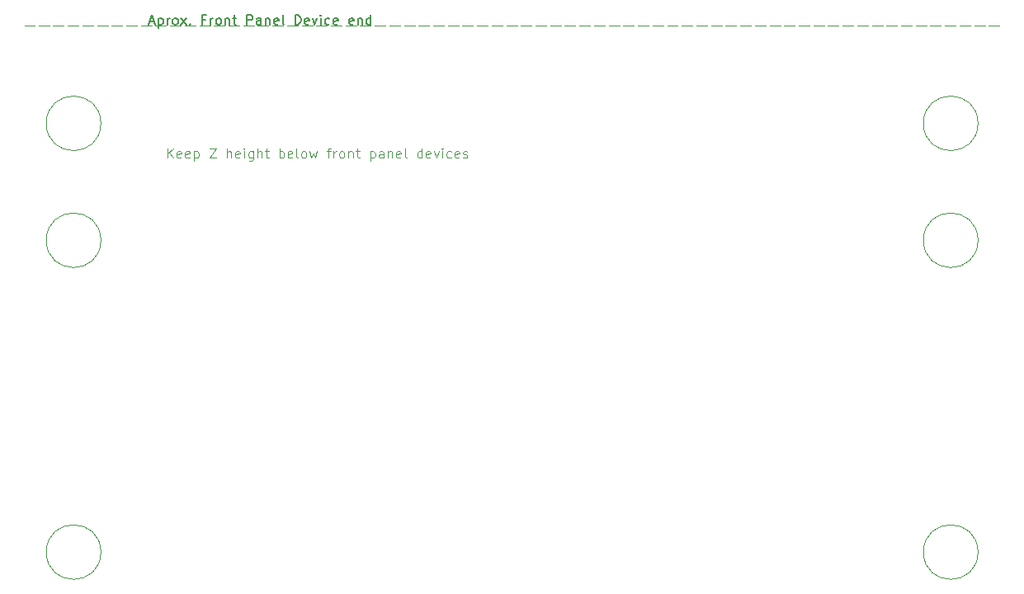
<source format=gbr>
%TF.GenerationSoftware,KiCad,Pcbnew,8.0.5*%
%TF.CreationDate,2024-11-15T20:40:57-05:00*%
%TF.ProjectId,One-8-DM5,4f6e652d-382d-4444-9d35-2e6b69636164,rev?*%
%TF.SameCoordinates,Original*%
%TF.FileFunction,Other,Comment*%
%FSLAX46Y46*%
G04 Gerber Fmt 4.6, Leading zero omitted, Abs format (unit mm)*
G04 Created by KiCad (PCBNEW 8.0.5) date 2024-11-15 20:40:57*
%MOMM*%
%LPD*%
G01*
G04 APERTURE LIST*
%ADD10C,0.100000*%
%ADD11C,0.150000*%
G04 APERTURE END LIST*
D10*
X224762500Y-60850000D02*
X223662500Y-60850000D01*
X223262500Y-60850000D02*
X222162500Y-60850000D01*
X221762500Y-60850000D02*
X220662500Y-60850000D01*
X220262500Y-60850000D02*
X219162500Y-60850000D01*
X218762500Y-60850000D02*
X217662500Y-60850000D01*
X217262500Y-60850000D02*
X216162500Y-60850000D01*
X215762500Y-60850000D02*
X214662500Y-60850000D01*
X214262500Y-60850000D02*
X213162500Y-60850000D01*
X212762500Y-60850000D02*
X211662500Y-60850000D01*
X211262500Y-60850000D02*
X210162500Y-60850000D01*
X209762500Y-60850000D02*
X208662500Y-60850000D01*
X208262500Y-60850000D02*
X207162500Y-60850000D01*
X206762500Y-60850000D02*
X205662500Y-60850000D01*
X205262500Y-60850000D02*
X204162500Y-60850000D01*
X203762500Y-60850000D02*
X202662500Y-60850000D01*
X202262500Y-60850000D02*
X201162500Y-60850000D01*
X200762500Y-60850000D02*
X199662500Y-60850000D01*
X199262500Y-60850000D02*
X198162500Y-60850000D01*
X197762500Y-60850000D02*
X196662500Y-60850000D01*
X196262500Y-60850000D02*
X195162500Y-60850000D01*
X194762500Y-60850000D02*
X193662500Y-60850000D01*
X193262500Y-60850000D02*
X192162500Y-60850000D01*
X191762500Y-60850000D02*
X190662500Y-60850000D01*
X190262500Y-60850000D02*
X189162500Y-60850000D01*
X188762500Y-60850000D02*
X187662500Y-60850000D01*
X187262500Y-60850000D02*
X186162500Y-60850000D01*
X185762500Y-60850000D02*
X184662500Y-60850000D01*
X184262500Y-60850000D02*
X183162500Y-60850000D01*
X182762500Y-60850000D02*
X181662500Y-60850000D01*
X181262500Y-60850000D02*
X180162500Y-60850000D01*
X179762500Y-60850000D02*
X178662500Y-60850000D01*
X178262500Y-60850000D02*
X177162500Y-60850000D01*
X176762500Y-60850000D02*
X175662500Y-60850000D01*
X175262500Y-60850000D02*
X174162500Y-60850000D01*
X173762500Y-60850000D02*
X172662500Y-60850000D01*
X172262500Y-60850000D02*
X171162500Y-60850000D01*
X170762500Y-60850000D02*
X169662500Y-60850000D01*
X169262500Y-60850000D02*
X168162500Y-60850000D01*
X167762500Y-60850000D02*
X166662500Y-60850000D01*
X166262500Y-60850000D02*
X165162500Y-60850000D01*
X164762500Y-60850000D02*
X163662500Y-60850000D01*
X163262500Y-60850000D02*
X162162500Y-60850000D01*
X161762500Y-60850000D02*
X160662500Y-60850000D01*
X160262500Y-60850000D02*
X159162500Y-60850000D01*
X158762500Y-60850000D02*
X157662500Y-60850000D01*
X157262500Y-60850000D02*
X156162500Y-60850000D01*
X155762500Y-60850000D02*
X154662500Y-60850000D01*
X154262500Y-60850000D02*
X153162500Y-60850000D01*
X152762500Y-60850000D02*
X151662500Y-60850000D01*
X151262500Y-60850000D02*
X150162500Y-60850000D01*
X149762500Y-60850000D02*
X148662500Y-60850000D01*
X148262500Y-60850000D02*
X147162500Y-60850000D01*
X146762500Y-60850000D02*
X145662500Y-60850000D01*
X145262500Y-60850000D02*
X144162500Y-60850000D01*
X143762500Y-60850000D02*
X142662500Y-60850000D01*
X142262500Y-60850000D02*
X141162500Y-60850000D01*
X140762500Y-60850000D02*
X139662500Y-60850000D01*
X139262500Y-60850000D02*
X138162500Y-60850000D01*
X137762500Y-60850000D02*
X136662500Y-60850000D01*
X136262500Y-60850000D02*
X135162500Y-60850000D01*
X134762500Y-60850000D02*
X133662500Y-60850000D01*
X133262500Y-60850000D02*
X132162500Y-60850000D01*
X131762500Y-60850000D02*
X130662500Y-60850000D01*
X130262500Y-60850000D02*
X129162500Y-60850000D01*
X128762500Y-60850000D02*
X127662500Y-60850000D01*
X127262500Y-60850000D02*
X126162500Y-60850000D01*
X125762500Y-60850000D02*
X124762500Y-60850000D01*
D11*
X137551660Y-60434104D02*
X138027850Y-60434104D01*
X137456422Y-60719819D02*
X137789755Y-59719819D01*
X137789755Y-59719819D02*
X138123088Y-60719819D01*
X138456422Y-60053152D02*
X138456422Y-61053152D01*
X138456422Y-60100771D02*
X138551660Y-60053152D01*
X138551660Y-60053152D02*
X138742136Y-60053152D01*
X138742136Y-60053152D02*
X138837374Y-60100771D01*
X138837374Y-60100771D02*
X138884993Y-60148390D01*
X138884993Y-60148390D02*
X138932612Y-60243628D01*
X138932612Y-60243628D02*
X138932612Y-60529342D01*
X138932612Y-60529342D02*
X138884993Y-60624580D01*
X138884993Y-60624580D02*
X138837374Y-60672200D01*
X138837374Y-60672200D02*
X138742136Y-60719819D01*
X138742136Y-60719819D02*
X138551660Y-60719819D01*
X138551660Y-60719819D02*
X138456422Y-60672200D01*
X139361184Y-60719819D02*
X139361184Y-60053152D01*
X139361184Y-60243628D02*
X139408803Y-60148390D01*
X139408803Y-60148390D02*
X139456422Y-60100771D01*
X139456422Y-60100771D02*
X139551660Y-60053152D01*
X139551660Y-60053152D02*
X139646898Y-60053152D01*
X140123089Y-60719819D02*
X140027851Y-60672200D01*
X140027851Y-60672200D02*
X139980232Y-60624580D01*
X139980232Y-60624580D02*
X139932613Y-60529342D01*
X139932613Y-60529342D02*
X139932613Y-60243628D01*
X139932613Y-60243628D02*
X139980232Y-60148390D01*
X139980232Y-60148390D02*
X140027851Y-60100771D01*
X140027851Y-60100771D02*
X140123089Y-60053152D01*
X140123089Y-60053152D02*
X140265946Y-60053152D01*
X140265946Y-60053152D02*
X140361184Y-60100771D01*
X140361184Y-60100771D02*
X140408803Y-60148390D01*
X140408803Y-60148390D02*
X140456422Y-60243628D01*
X140456422Y-60243628D02*
X140456422Y-60529342D01*
X140456422Y-60529342D02*
X140408803Y-60624580D01*
X140408803Y-60624580D02*
X140361184Y-60672200D01*
X140361184Y-60672200D02*
X140265946Y-60719819D01*
X140265946Y-60719819D02*
X140123089Y-60719819D01*
X140789756Y-60719819D02*
X141313565Y-60053152D01*
X140789756Y-60053152D02*
X141313565Y-60719819D01*
X141694518Y-60624580D02*
X141742137Y-60672200D01*
X141742137Y-60672200D02*
X141694518Y-60719819D01*
X141694518Y-60719819D02*
X141646899Y-60672200D01*
X141646899Y-60672200D02*
X141694518Y-60624580D01*
X141694518Y-60624580D02*
X141694518Y-60719819D01*
X143265946Y-60196009D02*
X142932613Y-60196009D01*
X142932613Y-60719819D02*
X142932613Y-59719819D01*
X142932613Y-59719819D02*
X143408803Y-59719819D01*
X143789756Y-60719819D02*
X143789756Y-60053152D01*
X143789756Y-60243628D02*
X143837375Y-60148390D01*
X143837375Y-60148390D02*
X143884994Y-60100771D01*
X143884994Y-60100771D02*
X143980232Y-60053152D01*
X143980232Y-60053152D02*
X144075470Y-60053152D01*
X144551661Y-60719819D02*
X144456423Y-60672200D01*
X144456423Y-60672200D02*
X144408804Y-60624580D01*
X144408804Y-60624580D02*
X144361185Y-60529342D01*
X144361185Y-60529342D02*
X144361185Y-60243628D01*
X144361185Y-60243628D02*
X144408804Y-60148390D01*
X144408804Y-60148390D02*
X144456423Y-60100771D01*
X144456423Y-60100771D02*
X144551661Y-60053152D01*
X144551661Y-60053152D02*
X144694518Y-60053152D01*
X144694518Y-60053152D02*
X144789756Y-60100771D01*
X144789756Y-60100771D02*
X144837375Y-60148390D01*
X144837375Y-60148390D02*
X144884994Y-60243628D01*
X144884994Y-60243628D02*
X144884994Y-60529342D01*
X144884994Y-60529342D02*
X144837375Y-60624580D01*
X144837375Y-60624580D02*
X144789756Y-60672200D01*
X144789756Y-60672200D02*
X144694518Y-60719819D01*
X144694518Y-60719819D02*
X144551661Y-60719819D01*
X145313566Y-60053152D02*
X145313566Y-60719819D01*
X145313566Y-60148390D02*
X145361185Y-60100771D01*
X145361185Y-60100771D02*
X145456423Y-60053152D01*
X145456423Y-60053152D02*
X145599280Y-60053152D01*
X145599280Y-60053152D02*
X145694518Y-60100771D01*
X145694518Y-60100771D02*
X145742137Y-60196009D01*
X145742137Y-60196009D02*
X145742137Y-60719819D01*
X146075471Y-60053152D02*
X146456423Y-60053152D01*
X146218328Y-59719819D02*
X146218328Y-60576961D01*
X146218328Y-60576961D02*
X146265947Y-60672200D01*
X146265947Y-60672200D02*
X146361185Y-60719819D01*
X146361185Y-60719819D02*
X146456423Y-60719819D01*
X147551662Y-60719819D02*
X147551662Y-59719819D01*
X147551662Y-59719819D02*
X147932614Y-59719819D01*
X147932614Y-59719819D02*
X148027852Y-59767438D01*
X148027852Y-59767438D02*
X148075471Y-59815057D01*
X148075471Y-59815057D02*
X148123090Y-59910295D01*
X148123090Y-59910295D02*
X148123090Y-60053152D01*
X148123090Y-60053152D02*
X148075471Y-60148390D01*
X148075471Y-60148390D02*
X148027852Y-60196009D01*
X148027852Y-60196009D02*
X147932614Y-60243628D01*
X147932614Y-60243628D02*
X147551662Y-60243628D01*
X148980233Y-60719819D02*
X148980233Y-60196009D01*
X148980233Y-60196009D02*
X148932614Y-60100771D01*
X148932614Y-60100771D02*
X148837376Y-60053152D01*
X148837376Y-60053152D02*
X148646900Y-60053152D01*
X148646900Y-60053152D02*
X148551662Y-60100771D01*
X148980233Y-60672200D02*
X148884995Y-60719819D01*
X148884995Y-60719819D02*
X148646900Y-60719819D01*
X148646900Y-60719819D02*
X148551662Y-60672200D01*
X148551662Y-60672200D02*
X148504043Y-60576961D01*
X148504043Y-60576961D02*
X148504043Y-60481723D01*
X148504043Y-60481723D02*
X148551662Y-60386485D01*
X148551662Y-60386485D02*
X148646900Y-60338866D01*
X148646900Y-60338866D02*
X148884995Y-60338866D01*
X148884995Y-60338866D02*
X148980233Y-60291247D01*
X149456424Y-60053152D02*
X149456424Y-60719819D01*
X149456424Y-60148390D02*
X149504043Y-60100771D01*
X149504043Y-60100771D02*
X149599281Y-60053152D01*
X149599281Y-60053152D02*
X149742138Y-60053152D01*
X149742138Y-60053152D02*
X149837376Y-60100771D01*
X149837376Y-60100771D02*
X149884995Y-60196009D01*
X149884995Y-60196009D02*
X149884995Y-60719819D01*
X150742138Y-60672200D02*
X150646900Y-60719819D01*
X150646900Y-60719819D02*
X150456424Y-60719819D01*
X150456424Y-60719819D02*
X150361186Y-60672200D01*
X150361186Y-60672200D02*
X150313567Y-60576961D01*
X150313567Y-60576961D02*
X150313567Y-60196009D01*
X150313567Y-60196009D02*
X150361186Y-60100771D01*
X150361186Y-60100771D02*
X150456424Y-60053152D01*
X150456424Y-60053152D02*
X150646900Y-60053152D01*
X150646900Y-60053152D02*
X150742138Y-60100771D01*
X150742138Y-60100771D02*
X150789757Y-60196009D01*
X150789757Y-60196009D02*
X150789757Y-60291247D01*
X150789757Y-60291247D02*
X150313567Y-60386485D01*
X151361186Y-60719819D02*
X151265948Y-60672200D01*
X151265948Y-60672200D02*
X151218329Y-60576961D01*
X151218329Y-60576961D02*
X151218329Y-59719819D01*
X152504044Y-60719819D02*
X152504044Y-59719819D01*
X152504044Y-59719819D02*
X152742139Y-59719819D01*
X152742139Y-59719819D02*
X152884996Y-59767438D01*
X152884996Y-59767438D02*
X152980234Y-59862676D01*
X152980234Y-59862676D02*
X153027853Y-59957914D01*
X153027853Y-59957914D02*
X153075472Y-60148390D01*
X153075472Y-60148390D02*
X153075472Y-60291247D01*
X153075472Y-60291247D02*
X153027853Y-60481723D01*
X153027853Y-60481723D02*
X152980234Y-60576961D01*
X152980234Y-60576961D02*
X152884996Y-60672200D01*
X152884996Y-60672200D02*
X152742139Y-60719819D01*
X152742139Y-60719819D02*
X152504044Y-60719819D01*
X153884996Y-60672200D02*
X153789758Y-60719819D01*
X153789758Y-60719819D02*
X153599282Y-60719819D01*
X153599282Y-60719819D02*
X153504044Y-60672200D01*
X153504044Y-60672200D02*
X153456425Y-60576961D01*
X153456425Y-60576961D02*
X153456425Y-60196009D01*
X153456425Y-60196009D02*
X153504044Y-60100771D01*
X153504044Y-60100771D02*
X153599282Y-60053152D01*
X153599282Y-60053152D02*
X153789758Y-60053152D01*
X153789758Y-60053152D02*
X153884996Y-60100771D01*
X153884996Y-60100771D02*
X153932615Y-60196009D01*
X153932615Y-60196009D02*
X153932615Y-60291247D01*
X153932615Y-60291247D02*
X153456425Y-60386485D01*
X154265949Y-60053152D02*
X154504044Y-60719819D01*
X154504044Y-60719819D02*
X154742139Y-60053152D01*
X155123092Y-60719819D02*
X155123092Y-60053152D01*
X155123092Y-59719819D02*
X155075473Y-59767438D01*
X155075473Y-59767438D02*
X155123092Y-59815057D01*
X155123092Y-59815057D02*
X155170711Y-59767438D01*
X155170711Y-59767438D02*
X155123092Y-59719819D01*
X155123092Y-59719819D02*
X155123092Y-59815057D01*
X156027853Y-60672200D02*
X155932615Y-60719819D01*
X155932615Y-60719819D02*
X155742139Y-60719819D01*
X155742139Y-60719819D02*
X155646901Y-60672200D01*
X155646901Y-60672200D02*
X155599282Y-60624580D01*
X155599282Y-60624580D02*
X155551663Y-60529342D01*
X155551663Y-60529342D02*
X155551663Y-60243628D01*
X155551663Y-60243628D02*
X155599282Y-60148390D01*
X155599282Y-60148390D02*
X155646901Y-60100771D01*
X155646901Y-60100771D02*
X155742139Y-60053152D01*
X155742139Y-60053152D02*
X155932615Y-60053152D01*
X155932615Y-60053152D02*
X156027853Y-60100771D01*
X156837377Y-60672200D02*
X156742139Y-60719819D01*
X156742139Y-60719819D02*
X156551663Y-60719819D01*
X156551663Y-60719819D02*
X156456425Y-60672200D01*
X156456425Y-60672200D02*
X156408806Y-60576961D01*
X156408806Y-60576961D02*
X156408806Y-60196009D01*
X156408806Y-60196009D02*
X156456425Y-60100771D01*
X156456425Y-60100771D02*
X156551663Y-60053152D01*
X156551663Y-60053152D02*
X156742139Y-60053152D01*
X156742139Y-60053152D02*
X156837377Y-60100771D01*
X156837377Y-60100771D02*
X156884996Y-60196009D01*
X156884996Y-60196009D02*
X156884996Y-60291247D01*
X156884996Y-60291247D02*
X156408806Y-60386485D01*
X158456425Y-60672200D02*
X158361187Y-60719819D01*
X158361187Y-60719819D02*
X158170711Y-60719819D01*
X158170711Y-60719819D02*
X158075473Y-60672200D01*
X158075473Y-60672200D02*
X158027854Y-60576961D01*
X158027854Y-60576961D02*
X158027854Y-60196009D01*
X158027854Y-60196009D02*
X158075473Y-60100771D01*
X158075473Y-60100771D02*
X158170711Y-60053152D01*
X158170711Y-60053152D02*
X158361187Y-60053152D01*
X158361187Y-60053152D02*
X158456425Y-60100771D01*
X158456425Y-60100771D02*
X158504044Y-60196009D01*
X158504044Y-60196009D02*
X158504044Y-60291247D01*
X158504044Y-60291247D02*
X158027854Y-60386485D01*
X158932616Y-60053152D02*
X158932616Y-60719819D01*
X158932616Y-60148390D02*
X158980235Y-60100771D01*
X158980235Y-60100771D02*
X159075473Y-60053152D01*
X159075473Y-60053152D02*
X159218330Y-60053152D01*
X159218330Y-60053152D02*
X159313568Y-60100771D01*
X159313568Y-60100771D02*
X159361187Y-60196009D01*
X159361187Y-60196009D02*
X159361187Y-60719819D01*
X160265949Y-60719819D02*
X160265949Y-59719819D01*
X160265949Y-60672200D02*
X160170711Y-60719819D01*
X160170711Y-60719819D02*
X159980235Y-60719819D01*
X159980235Y-60719819D02*
X159884997Y-60672200D01*
X159884997Y-60672200D02*
X159837378Y-60624580D01*
X159837378Y-60624580D02*
X159789759Y-60529342D01*
X159789759Y-60529342D02*
X159789759Y-60243628D01*
X159789759Y-60243628D02*
X159837378Y-60148390D01*
X159837378Y-60148390D02*
X159884997Y-60100771D01*
X159884997Y-60100771D02*
X159980235Y-60053152D01*
X159980235Y-60053152D02*
X160170711Y-60053152D01*
X160170711Y-60053152D02*
X160265949Y-60100771D01*
D10*
X139405354Y-74392419D02*
X139405354Y-73392419D01*
X139976782Y-74392419D02*
X139548211Y-73820990D01*
X139976782Y-73392419D02*
X139405354Y-73963847D01*
X140786306Y-74344800D02*
X140691068Y-74392419D01*
X140691068Y-74392419D02*
X140500592Y-74392419D01*
X140500592Y-74392419D02*
X140405354Y-74344800D01*
X140405354Y-74344800D02*
X140357735Y-74249561D01*
X140357735Y-74249561D02*
X140357735Y-73868609D01*
X140357735Y-73868609D02*
X140405354Y-73773371D01*
X140405354Y-73773371D02*
X140500592Y-73725752D01*
X140500592Y-73725752D02*
X140691068Y-73725752D01*
X140691068Y-73725752D02*
X140786306Y-73773371D01*
X140786306Y-73773371D02*
X140833925Y-73868609D01*
X140833925Y-73868609D02*
X140833925Y-73963847D01*
X140833925Y-73963847D02*
X140357735Y-74059085D01*
X141643449Y-74344800D02*
X141548211Y-74392419D01*
X141548211Y-74392419D02*
X141357735Y-74392419D01*
X141357735Y-74392419D02*
X141262497Y-74344800D01*
X141262497Y-74344800D02*
X141214878Y-74249561D01*
X141214878Y-74249561D02*
X141214878Y-73868609D01*
X141214878Y-73868609D02*
X141262497Y-73773371D01*
X141262497Y-73773371D02*
X141357735Y-73725752D01*
X141357735Y-73725752D02*
X141548211Y-73725752D01*
X141548211Y-73725752D02*
X141643449Y-73773371D01*
X141643449Y-73773371D02*
X141691068Y-73868609D01*
X141691068Y-73868609D02*
X141691068Y-73963847D01*
X141691068Y-73963847D02*
X141214878Y-74059085D01*
X142119640Y-73725752D02*
X142119640Y-74725752D01*
X142119640Y-73773371D02*
X142214878Y-73725752D01*
X142214878Y-73725752D02*
X142405354Y-73725752D01*
X142405354Y-73725752D02*
X142500592Y-73773371D01*
X142500592Y-73773371D02*
X142548211Y-73820990D01*
X142548211Y-73820990D02*
X142595830Y-73916228D01*
X142595830Y-73916228D02*
X142595830Y-74201942D01*
X142595830Y-74201942D02*
X142548211Y-74297180D01*
X142548211Y-74297180D02*
X142500592Y-74344800D01*
X142500592Y-74344800D02*
X142405354Y-74392419D01*
X142405354Y-74392419D02*
X142214878Y-74392419D01*
X142214878Y-74392419D02*
X142119640Y-74344800D01*
X143691069Y-73392419D02*
X144357735Y-73392419D01*
X144357735Y-73392419D02*
X143691069Y-74392419D01*
X143691069Y-74392419D02*
X144357735Y-74392419D01*
X145500593Y-74392419D02*
X145500593Y-73392419D01*
X145929164Y-74392419D02*
X145929164Y-73868609D01*
X145929164Y-73868609D02*
X145881545Y-73773371D01*
X145881545Y-73773371D02*
X145786307Y-73725752D01*
X145786307Y-73725752D02*
X145643450Y-73725752D01*
X145643450Y-73725752D02*
X145548212Y-73773371D01*
X145548212Y-73773371D02*
X145500593Y-73820990D01*
X146786307Y-74344800D02*
X146691069Y-74392419D01*
X146691069Y-74392419D02*
X146500593Y-74392419D01*
X146500593Y-74392419D02*
X146405355Y-74344800D01*
X146405355Y-74344800D02*
X146357736Y-74249561D01*
X146357736Y-74249561D02*
X146357736Y-73868609D01*
X146357736Y-73868609D02*
X146405355Y-73773371D01*
X146405355Y-73773371D02*
X146500593Y-73725752D01*
X146500593Y-73725752D02*
X146691069Y-73725752D01*
X146691069Y-73725752D02*
X146786307Y-73773371D01*
X146786307Y-73773371D02*
X146833926Y-73868609D01*
X146833926Y-73868609D02*
X146833926Y-73963847D01*
X146833926Y-73963847D02*
X146357736Y-74059085D01*
X147262498Y-74392419D02*
X147262498Y-73725752D01*
X147262498Y-73392419D02*
X147214879Y-73440038D01*
X147214879Y-73440038D02*
X147262498Y-73487657D01*
X147262498Y-73487657D02*
X147310117Y-73440038D01*
X147310117Y-73440038D02*
X147262498Y-73392419D01*
X147262498Y-73392419D02*
X147262498Y-73487657D01*
X148167259Y-73725752D02*
X148167259Y-74535276D01*
X148167259Y-74535276D02*
X148119640Y-74630514D01*
X148119640Y-74630514D02*
X148072021Y-74678133D01*
X148072021Y-74678133D02*
X147976783Y-74725752D01*
X147976783Y-74725752D02*
X147833926Y-74725752D01*
X147833926Y-74725752D02*
X147738688Y-74678133D01*
X148167259Y-74344800D02*
X148072021Y-74392419D01*
X148072021Y-74392419D02*
X147881545Y-74392419D01*
X147881545Y-74392419D02*
X147786307Y-74344800D01*
X147786307Y-74344800D02*
X147738688Y-74297180D01*
X147738688Y-74297180D02*
X147691069Y-74201942D01*
X147691069Y-74201942D02*
X147691069Y-73916228D01*
X147691069Y-73916228D02*
X147738688Y-73820990D01*
X147738688Y-73820990D02*
X147786307Y-73773371D01*
X147786307Y-73773371D02*
X147881545Y-73725752D01*
X147881545Y-73725752D02*
X148072021Y-73725752D01*
X148072021Y-73725752D02*
X148167259Y-73773371D01*
X148643450Y-74392419D02*
X148643450Y-73392419D01*
X149072021Y-74392419D02*
X149072021Y-73868609D01*
X149072021Y-73868609D02*
X149024402Y-73773371D01*
X149024402Y-73773371D02*
X148929164Y-73725752D01*
X148929164Y-73725752D02*
X148786307Y-73725752D01*
X148786307Y-73725752D02*
X148691069Y-73773371D01*
X148691069Y-73773371D02*
X148643450Y-73820990D01*
X149405355Y-73725752D02*
X149786307Y-73725752D01*
X149548212Y-73392419D02*
X149548212Y-74249561D01*
X149548212Y-74249561D02*
X149595831Y-74344800D01*
X149595831Y-74344800D02*
X149691069Y-74392419D01*
X149691069Y-74392419D02*
X149786307Y-74392419D01*
X150881546Y-74392419D02*
X150881546Y-73392419D01*
X150881546Y-73773371D02*
X150976784Y-73725752D01*
X150976784Y-73725752D02*
X151167260Y-73725752D01*
X151167260Y-73725752D02*
X151262498Y-73773371D01*
X151262498Y-73773371D02*
X151310117Y-73820990D01*
X151310117Y-73820990D02*
X151357736Y-73916228D01*
X151357736Y-73916228D02*
X151357736Y-74201942D01*
X151357736Y-74201942D02*
X151310117Y-74297180D01*
X151310117Y-74297180D02*
X151262498Y-74344800D01*
X151262498Y-74344800D02*
X151167260Y-74392419D01*
X151167260Y-74392419D02*
X150976784Y-74392419D01*
X150976784Y-74392419D02*
X150881546Y-74344800D01*
X152167260Y-74344800D02*
X152072022Y-74392419D01*
X152072022Y-74392419D02*
X151881546Y-74392419D01*
X151881546Y-74392419D02*
X151786308Y-74344800D01*
X151786308Y-74344800D02*
X151738689Y-74249561D01*
X151738689Y-74249561D02*
X151738689Y-73868609D01*
X151738689Y-73868609D02*
X151786308Y-73773371D01*
X151786308Y-73773371D02*
X151881546Y-73725752D01*
X151881546Y-73725752D02*
X152072022Y-73725752D01*
X152072022Y-73725752D02*
X152167260Y-73773371D01*
X152167260Y-73773371D02*
X152214879Y-73868609D01*
X152214879Y-73868609D02*
X152214879Y-73963847D01*
X152214879Y-73963847D02*
X151738689Y-74059085D01*
X152786308Y-74392419D02*
X152691070Y-74344800D01*
X152691070Y-74344800D02*
X152643451Y-74249561D01*
X152643451Y-74249561D02*
X152643451Y-73392419D01*
X153310118Y-74392419D02*
X153214880Y-74344800D01*
X153214880Y-74344800D02*
X153167261Y-74297180D01*
X153167261Y-74297180D02*
X153119642Y-74201942D01*
X153119642Y-74201942D02*
X153119642Y-73916228D01*
X153119642Y-73916228D02*
X153167261Y-73820990D01*
X153167261Y-73820990D02*
X153214880Y-73773371D01*
X153214880Y-73773371D02*
X153310118Y-73725752D01*
X153310118Y-73725752D02*
X153452975Y-73725752D01*
X153452975Y-73725752D02*
X153548213Y-73773371D01*
X153548213Y-73773371D02*
X153595832Y-73820990D01*
X153595832Y-73820990D02*
X153643451Y-73916228D01*
X153643451Y-73916228D02*
X153643451Y-74201942D01*
X153643451Y-74201942D02*
X153595832Y-74297180D01*
X153595832Y-74297180D02*
X153548213Y-74344800D01*
X153548213Y-74344800D02*
X153452975Y-74392419D01*
X153452975Y-74392419D02*
X153310118Y-74392419D01*
X153976785Y-73725752D02*
X154167261Y-74392419D01*
X154167261Y-74392419D02*
X154357737Y-73916228D01*
X154357737Y-73916228D02*
X154548213Y-74392419D01*
X154548213Y-74392419D02*
X154738689Y-73725752D01*
X155738690Y-73725752D02*
X156119642Y-73725752D01*
X155881547Y-74392419D02*
X155881547Y-73535276D01*
X155881547Y-73535276D02*
X155929166Y-73440038D01*
X155929166Y-73440038D02*
X156024404Y-73392419D01*
X156024404Y-73392419D02*
X156119642Y-73392419D01*
X156452976Y-74392419D02*
X156452976Y-73725752D01*
X156452976Y-73916228D02*
X156500595Y-73820990D01*
X156500595Y-73820990D02*
X156548214Y-73773371D01*
X156548214Y-73773371D02*
X156643452Y-73725752D01*
X156643452Y-73725752D02*
X156738690Y-73725752D01*
X157214881Y-74392419D02*
X157119643Y-74344800D01*
X157119643Y-74344800D02*
X157072024Y-74297180D01*
X157072024Y-74297180D02*
X157024405Y-74201942D01*
X157024405Y-74201942D02*
X157024405Y-73916228D01*
X157024405Y-73916228D02*
X157072024Y-73820990D01*
X157072024Y-73820990D02*
X157119643Y-73773371D01*
X157119643Y-73773371D02*
X157214881Y-73725752D01*
X157214881Y-73725752D02*
X157357738Y-73725752D01*
X157357738Y-73725752D02*
X157452976Y-73773371D01*
X157452976Y-73773371D02*
X157500595Y-73820990D01*
X157500595Y-73820990D02*
X157548214Y-73916228D01*
X157548214Y-73916228D02*
X157548214Y-74201942D01*
X157548214Y-74201942D02*
X157500595Y-74297180D01*
X157500595Y-74297180D02*
X157452976Y-74344800D01*
X157452976Y-74344800D02*
X157357738Y-74392419D01*
X157357738Y-74392419D02*
X157214881Y-74392419D01*
X157976786Y-73725752D02*
X157976786Y-74392419D01*
X157976786Y-73820990D02*
X158024405Y-73773371D01*
X158024405Y-73773371D02*
X158119643Y-73725752D01*
X158119643Y-73725752D02*
X158262500Y-73725752D01*
X158262500Y-73725752D02*
X158357738Y-73773371D01*
X158357738Y-73773371D02*
X158405357Y-73868609D01*
X158405357Y-73868609D02*
X158405357Y-74392419D01*
X158738691Y-73725752D02*
X159119643Y-73725752D01*
X158881548Y-73392419D02*
X158881548Y-74249561D01*
X158881548Y-74249561D02*
X158929167Y-74344800D01*
X158929167Y-74344800D02*
X159024405Y-74392419D01*
X159024405Y-74392419D02*
X159119643Y-74392419D01*
X160214882Y-73725752D02*
X160214882Y-74725752D01*
X160214882Y-73773371D02*
X160310120Y-73725752D01*
X160310120Y-73725752D02*
X160500596Y-73725752D01*
X160500596Y-73725752D02*
X160595834Y-73773371D01*
X160595834Y-73773371D02*
X160643453Y-73820990D01*
X160643453Y-73820990D02*
X160691072Y-73916228D01*
X160691072Y-73916228D02*
X160691072Y-74201942D01*
X160691072Y-74201942D02*
X160643453Y-74297180D01*
X160643453Y-74297180D02*
X160595834Y-74344800D01*
X160595834Y-74344800D02*
X160500596Y-74392419D01*
X160500596Y-74392419D02*
X160310120Y-74392419D01*
X160310120Y-74392419D02*
X160214882Y-74344800D01*
X161548215Y-74392419D02*
X161548215Y-73868609D01*
X161548215Y-73868609D02*
X161500596Y-73773371D01*
X161500596Y-73773371D02*
X161405358Y-73725752D01*
X161405358Y-73725752D02*
X161214882Y-73725752D01*
X161214882Y-73725752D02*
X161119644Y-73773371D01*
X161548215Y-74344800D02*
X161452977Y-74392419D01*
X161452977Y-74392419D02*
X161214882Y-74392419D01*
X161214882Y-74392419D02*
X161119644Y-74344800D01*
X161119644Y-74344800D02*
X161072025Y-74249561D01*
X161072025Y-74249561D02*
X161072025Y-74154323D01*
X161072025Y-74154323D02*
X161119644Y-74059085D01*
X161119644Y-74059085D02*
X161214882Y-74011466D01*
X161214882Y-74011466D02*
X161452977Y-74011466D01*
X161452977Y-74011466D02*
X161548215Y-73963847D01*
X162024406Y-73725752D02*
X162024406Y-74392419D01*
X162024406Y-73820990D02*
X162072025Y-73773371D01*
X162072025Y-73773371D02*
X162167263Y-73725752D01*
X162167263Y-73725752D02*
X162310120Y-73725752D01*
X162310120Y-73725752D02*
X162405358Y-73773371D01*
X162405358Y-73773371D02*
X162452977Y-73868609D01*
X162452977Y-73868609D02*
X162452977Y-74392419D01*
X163310120Y-74344800D02*
X163214882Y-74392419D01*
X163214882Y-74392419D02*
X163024406Y-74392419D01*
X163024406Y-74392419D02*
X162929168Y-74344800D01*
X162929168Y-74344800D02*
X162881549Y-74249561D01*
X162881549Y-74249561D02*
X162881549Y-73868609D01*
X162881549Y-73868609D02*
X162929168Y-73773371D01*
X162929168Y-73773371D02*
X163024406Y-73725752D01*
X163024406Y-73725752D02*
X163214882Y-73725752D01*
X163214882Y-73725752D02*
X163310120Y-73773371D01*
X163310120Y-73773371D02*
X163357739Y-73868609D01*
X163357739Y-73868609D02*
X163357739Y-73963847D01*
X163357739Y-73963847D02*
X162881549Y-74059085D01*
X163929168Y-74392419D02*
X163833930Y-74344800D01*
X163833930Y-74344800D02*
X163786311Y-74249561D01*
X163786311Y-74249561D02*
X163786311Y-73392419D01*
X165500597Y-74392419D02*
X165500597Y-73392419D01*
X165500597Y-74344800D02*
X165405359Y-74392419D01*
X165405359Y-74392419D02*
X165214883Y-74392419D01*
X165214883Y-74392419D02*
X165119645Y-74344800D01*
X165119645Y-74344800D02*
X165072026Y-74297180D01*
X165072026Y-74297180D02*
X165024407Y-74201942D01*
X165024407Y-74201942D02*
X165024407Y-73916228D01*
X165024407Y-73916228D02*
X165072026Y-73820990D01*
X165072026Y-73820990D02*
X165119645Y-73773371D01*
X165119645Y-73773371D02*
X165214883Y-73725752D01*
X165214883Y-73725752D02*
X165405359Y-73725752D01*
X165405359Y-73725752D02*
X165500597Y-73773371D01*
X166357740Y-74344800D02*
X166262502Y-74392419D01*
X166262502Y-74392419D02*
X166072026Y-74392419D01*
X166072026Y-74392419D02*
X165976788Y-74344800D01*
X165976788Y-74344800D02*
X165929169Y-74249561D01*
X165929169Y-74249561D02*
X165929169Y-73868609D01*
X165929169Y-73868609D02*
X165976788Y-73773371D01*
X165976788Y-73773371D02*
X166072026Y-73725752D01*
X166072026Y-73725752D02*
X166262502Y-73725752D01*
X166262502Y-73725752D02*
X166357740Y-73773371D01*
X166357740Y-73773371D02*
X166405359Y-73868609D01*
X166405359Y-73868609D02*
X166405359Y-73963847D01*
X166405359Y-73963847D02*
X165929169Y-74059085D01*
X166738693Y-73725752D02*
X166976788Y-74392419D01*
X166976788Y-74392419D02*
X167214883Y-73725752D01*
X167595836Y-74392419D02*
X167595836Y-73725752D01*
X167595836Y-73392419D02*
X167548217Y-73440038D01*
X167548217Y-73440038D02*
X167595836Y-73487657D01*
X167595836Y-73487657D02*
X167643455Y-73440038D01*
X167643455Y-73440038D02*
X167595836Y-73392419D01*
X167595836Y-73392419D02*
X167595836Y-73487657D01*
X168500597Y-74344800D02*
X168405359Y-74392419D01*
X168405359Y-74392419D02*
X168214883Y-74392419D01*
X168214883Y-74392419D02*
X168119645Y-74344800D01*
X168119645Y-74344800D02*
X168072026Y-74297180D01*
X168072026Y-74297180D02*
X168024407Y-74201942D01*
X168024407Y-74201942D02*
X168024407Y-73916228D01*
X168024407Y-73916228D02*
X168072026Y-73820990D01*
X168072026Y-73820990D02*
X168119645Y-73773371D01*
X168119645Y-73773371D02*
X168214883Y-73725752D01*
X168214883Y-73725752D02*
X168405359Y-73725752D01*
X168405359Y-73725752D02*
X168500597Y-73773371D01*
X169310121Y-74344800D02*
X169214883Y-74392419D01*
X169214883Y-74392419D02*
X169024407Y-74392419D01*
X169024407Y-74392419D02*
X168929169Y-74344800D01*
X168929169Y-74344800D02*
X168881550Y-74249561D01*
X168881550Y-74249561D02*
X168881550Y-73868609D01*
X168881550Y-73868609D02*
X168929169Y-73773371D01*
X168929169Y-73773371D02*
X169024407Y-73725752D01*
X169024407Y-73725752D02*
X169214883Y-73725752D01*
X169214883Y-73725752D02*
X169310121Y-73773371D01*
X169310121Y-73773371D02*
X169357740Y-73868609D01*
X169357740Y-73868609D02*
X169357740Y-73963847D01*
X169357740Y-73963847D02*
X168881550Y-74059085D01*
X169738693Y-74344800D02*
X169833931Y-74392419D01*
X169833931Y-74392419D02*
X170024407Y-74392419D01*
X170024407Y-74392419D02*
X170119645Y-74344800D01*
X170119645Y-74344800D02*
X170167264Y-74249561D01*
X170167264Y-74249561D02*
X170167264Y-74201942D01*
X170167264Y-74201942D02*
X170119645Y-74106704D01*
X170119645Y-74106704D02*
X170024407Y-74059085D01*
X170024407Y-74059085D02*
X169881550Y-74059085D01*
X169881550Y-74059085D02*
X169786312Y-74011466D01*
X169786312Y-74011466D02*
X169738693Y-73916228D01*
X169738693Y-73916228D02*
X169738693Y-73868609D01*
X169738693Y-73868609D02*
X169786312Y-73773371D01*
X169786312Y-73773371D02*
X169881550Y-73725752D01*
X169881550Y-73725752D02*
X170024407Y-73725752D01*
X170024407Y-73725752D02*
X170119645Y-73773371D01*
%TO.C,H4*%
X222562500Y-82850000D02*
G75*
G02*
X216962500Y-82850000I-2800000J0D01*
G01*
X216962500Y-82850000D02*
G75*
G02*
X222562500Y-82850000I2800000J0D01*
G01*
%TO.C,H5*%
X132562500Y-114850000D02*
G75*
G02*
X126962500Y-114850000I-2800000J0D01*
G01*
X126962500Y-114850000D02*
G75*
G02*
X132562500Y-114850000I2800000J0D01*
G01*
%TO.C,H2*%
X222562500Y-70850000D02*
G75*
G02*
X216962500Y-70850000I-2800000J0D01*
G01*
X216962500Y-70850000D02*
G75*
G02*
X222562500Y-70850000I2800000J0D01*
G01*
%TO.C,H1*%
X132562500Y-70850000D02*
G75*
G02*
X126962500Y-70850000I-2800000J0D01*
G01*
X126962500Y-70850000D02*
G75*
G02*
X132562500Y-70850000I2800000J0D01*
G01*
%TO.C,H3*%
X132562500Y-82850000D02*
G75*
G02*
X126962500Y-82850000I-2800000J0D01*
G01*
X126962500Y-82850000D02*
G75*
G02*
X132562500Y-82850000I2800000J0D01*
G01*
%TO.C,H6*%
X222562500Y-114850000D02*
G75*
G02*
X216962500Y-114850000I-2800000J0D01*
G01*
X216962500Y-114850000D02*
G75*
G02*
X222562500Y-114850000I2800000J0D01*
G01*
%TD*%
M02*

</source>
